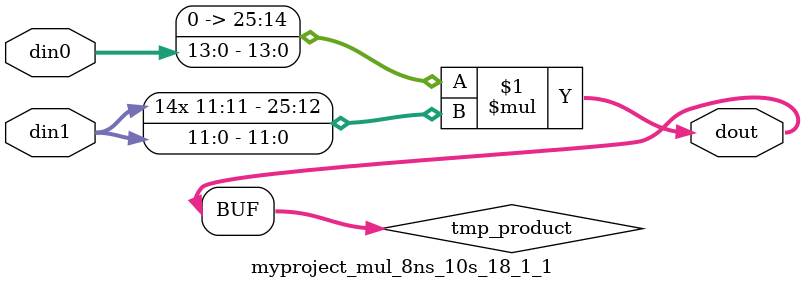
<source format=v>

`timescale 1 ns / 1 ps

 module myproject_mul_8ns_10s_18_1_1(din0, din1, dout);
parameter ID = 1;
parameter NUM_STAGE = 0;
parameter din0_WIDTH = 14;
parameter din1_WIDTH = 12;
parameter dout_WIDTH = 26;

input [din0_WIDTH - 1 : 0] din0; 
input [din1_WIDTH - 1 : 0] din1; 
output [dout_WIDTH - 1 : 0] dout;

wire signed [dout_WIDTH - 1 : 0] tmp_product;

























assign tmp_product = $signed({1'b0, din0}) * $signed(din1);










assign dout = tmp_product;





















endmodule

</source>
